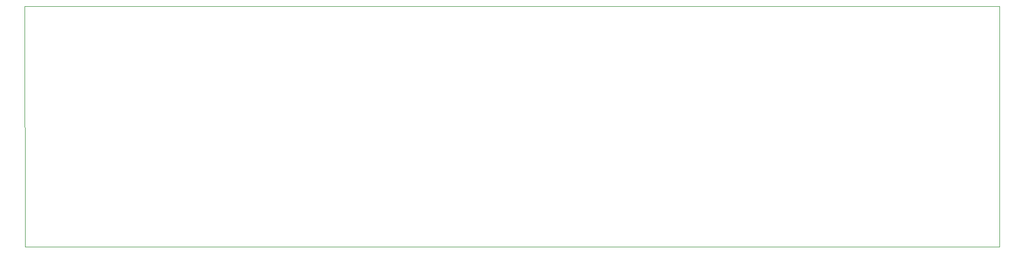
<source format=gbr>
G04 #@! TF.GenerationSoftware,KiCad,Pcbnew,(5.1.4)-1*
G04 #@! TF.CreationDate,2022-10-30T21:37:08+01:00*
G04 #@! TF.ProjectId,quaver-keypadrev1,71756176-6572-42d6-9b65-797061647265,rev?*
G04 #@! TF.SameCoordinates,Original*
G04 #@! TF.FileFunction,Profile,NP*
%FSLAX46Y46*%
G04 Gerber Fmt 4.6, Leading zero omitted, Abs format (unit mm)*
G04 Created by KiCad (PCBNEW (5.1.4)-1) date 2022-10-30 21:37:08*
%MOMM*%
%LPD*%
G04 APERTURE LIST*
%ADD10C,0.050000*%
G04 APERTURE END LIST*
D10*
X275082000Y-124333000D02*
X275082000Y-85217000D01*
X257429000Y-124333000D02*
X275082000Y-124333000D01*
X257429000Y-85217000D02*
X275082000Y-85217000D01*
X117094000Y-85217000D02*
X257429000Y-85217000D01*
X117221000Y-124333000D02*
X257429000Y-124333000D01*
X117094000Y-85217000D02*
X117221000Y-124333000D01*
M02*

</source>
